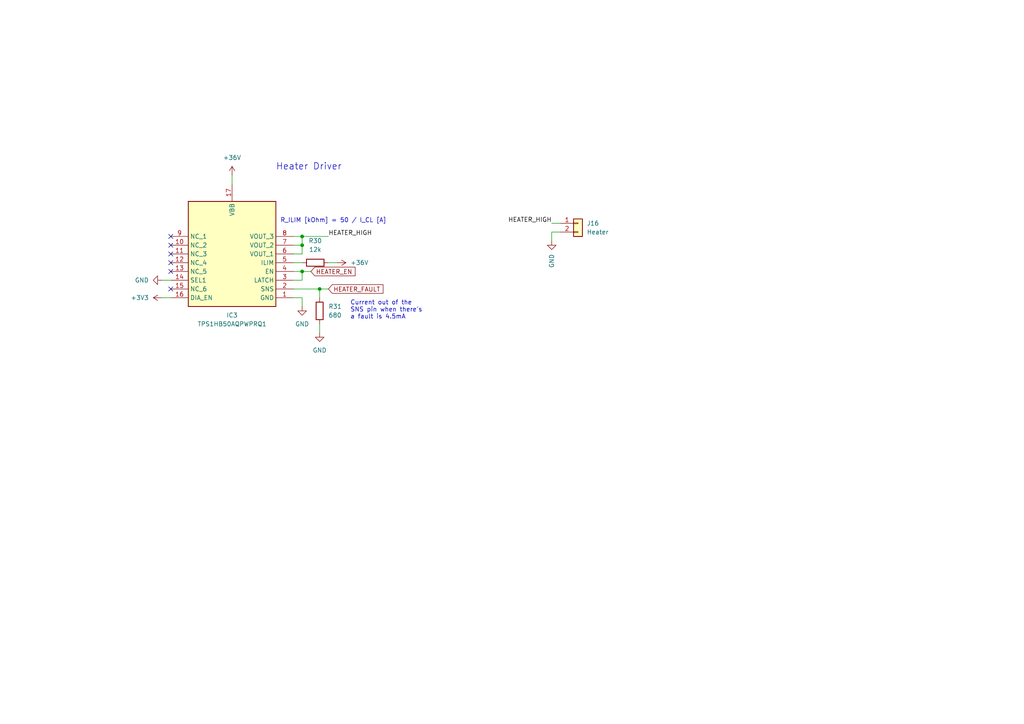
<source format=kicad_sch>
(kicad_sch (version 20231120) (generator "eeschema") (generator_version "8.0")
  (paper "A4")
  (lib_symbols
    (symbol "Connector_Generic:Conn_01x02" (pin_names (offset 1.016) hide)
      (property "Reference" "J" (at 0 2.54 0))
      (property "Value" "Conn_01x02" (at 0 -5.08 0))
      (symbol "Conn_01x02_1_1"
        (rectangle (start -1.27 -2.413) (end 0 -2.667) (stroke (width 0.1524)))
        (rectangle (start -1.27 0.127) (end 0 -0.127) (stroke (width 0.1524)))
        (rectangle (start -1.27 1.27) (end 1.27 -3.81) (stroke (width 0.254)) (fill (type background)))
        (pin passive line (at -5.08 0 0) (length 3.81) (name "Pin_1") (number "1"))
        (pin passive line (at -5.08 -2.54 0) (length 3.81) (name "Pin_2") (number "2"))
      )
    )
    (symbol "Device:R" (pin_numbers hide) (pin_names (offset 0))
      (property "Reference" "R" (at 2.032 0 90))
      (property "Value" "R" (at 0 0 90))
      (symbol "R_0_1"
        (rectangle (start -1.016 -2.54) (end 1.016 2.54) (stroke (width 0.254)))
      )
      (symbol "R_1_1"
        (pin passive line (at 0 3.81 270) (length 1.27) (name "~") (number "1"))
        (pin passive line (at 0 -3.81 90) (length 1.27) (name "~") (number "2"))
      )
    )
    (symbol "TPS1HB50AQPWPRQ1:TPS1HB50AQPWPRQ1"
      (property "Reference" "IC" (at 31.75 7.62 0))
      (property "Value" "TPS1HB50AQPWPRQ1" (at 31.75 5.08 0))
      (symbol "TPS1HB50AQPWPRQ1_1_1"
        (rectangle (start 5.08 2.54) (end 30.48 -27.94) (stroke (width 0.254)) (fill (type background)))
        (pin passive line (at 0 0 0) (length 5.08) (name "GND") (number "1"))
        (pin passive line (at 35.56 -15.24 180) (length 5.08) (name "NC_2") (number "10"))
        (pin passive line (at 35.56 -12.7 180) (length 5.08) (name "NC_3") (number "11"))
        (pin passive line (at 35.56 -10.16 180) (length 5.08) (name "NC_4") (number "12"))
        (pin passive line (at 35.56 -7.62 180) (length 5.08) (name "NC_5") (number "13"))
        (pin passive line (at 35.56 -5.08 180) (length 5.08) (name "SEL1") (number "14"))
        (pin passive line (at 35.56 -2.54 180) (length 5.08) (name "NC_6") (number "15"))
        (pin passive line (at 35.56 0 180) (length 5.08) (name "DIA_EN") (number "16"))
        (pin passive line (at 17.78 -33.02 90) (length 5.08) (name "VBB") (number "17"))
        (pin passive line (at 0 -2.54 0) (length 5.08) (name "SNS") (number "2"))
        (pin passive line (at 0 -5.08 0) (length 5.08) (name "LATCH") (number "3"))
        (pin passive line (at 0 -7.62 0) (length 5.08) (name "EN") (number "4"))
        (pin passive line (at 0 -10.16 0) (length 5.08) (name "ILIM") (number "5"))
        (pin passive line (at 0 -12.7 0) (length 5.08) (name "VOUT_1") (number "6"))
        (pin passive line (at 0 -15.24 0) (length 5.08) (name "VOUT_2") (number "7"))
        (pin passive line (at 0 -17.78 0) (length 5.08) (name "VOUT_3") (number "8"))
        (pin passive line (at 35.56 -17.78 180) (length 5.08) (name "NC_1") (number "9"))
      )
    )
    (symbol "power:+36V" (power) (pin_names (offset 0))
      (property "Value" "+36V" (at 0 3.556 0))
      (symbol "+36V_0_1"
        (polyline (pts (xy -0.762 1.27) (xy 0 2.54)))
        (polyline (pts (xy 0 0) (xy 0 2.54)))
        (polyline (pts (xy 0 2.54) (xy 0.762 1.27)))
      )
      (symbol "+36V_1_1"
        (pin power_in line (at 0 0 90) (length 0) hide (name "+36V") (number "1"))
      )
    )
    (symbol "power:+3V3" (power) (pin_names (offset 0))
      (property "Value" "+3V3" (at 0 3.556 0))
      (symbol "+3V3_0_1"
        (polyline (pts (xy -0.762 1.27) (xy 0 2.54)))
        (polyline (pts (xy 0 0) (xy 0 2.54)))
        (polyline (pts (xy 0 2.54) (xy 0.762 1.27)))
      )
      (symbol "+3V3_1_1"
        (pin power_in line (at 0 0 90) (length 0) hide (name "+3V3") (number "1"))
      )
    )
    (symbol "power:GND" (power) (pin_names (offset 0))
      (property "Value" "GND" (at 0 -3.81 0))
      (symbol "GND_0_1"
        (polyline (pts (xy 0 0) (xy 0 -1.27) (xy 1.27 -1.27) (xy 0 -2.54) (xy -1.27 -1.27) (xy 0 -1.27)))
      )
      (symbol "GND_1_1"
        (pin power_in line (at 0 0 270) (length 0) hide (name "GND") (number "1"))
      )
    )
  )
  (junction (at 87.63 68.58))
  (junction (at 87.63 71.12))
  (junction (at 87.63 78.74))
  (junction (at 92.71 83.82))
  (no_connect (at 49.53 73.66))
  (no_connect (at 49.53 76.2))
  (no_connect (at 49.53 68.58))
  (no_connect (at 49.53 71.12))
  (no_connect (at 49.53 83.82))
  (no_connect (at 49.53 78.74))
  (wire (pts (xy 87.63 81.28) (xy 87.63 78.74)))
  (wire (pts (xy 87.63 78.74) (xy 90.17 78.74)))
  (wire (pts (xy 46.99 81.28) (xy 49.53 81.28)))
  (wire (pts (xy 85.09 78.74) (xy 87.63 78.74)))
  (wire (pts (xy 87.63 88.9) (xy 87.63 86.36)))
  (wire (pts (xy 85.09 68.58) (xy 87.63 68.58)))
  (wire (pts (xy 67.31 53.34) (xy 67.31 50.8)))
  (wire (pts (xy 85.09 76.2) (xy 87.63 76.2)))
  (wire (pts (xy 85.09 83.82) (xy 92.71 83.82)))
  (wire (pts (xy 95.25 76.2) (xy 97.79 76.2)))
  (wire (pts (xy 85.09 71.12) (xy 87.63 71.12)))
  (wire (pts (xy 85.09 81.28) (xy 87.63 81.28)))
  (wire (pts (xy 160.02 64.77) (xy 162.56 64.77)))
  (wire (pts (xy 46.99 86.36) (xy 49.53 86.36)))
  (wire (pts (xy 87.63 68.58) (xy 87.63 71.12)))
  (wire (pts (xy 92.71 93.98) (xy 92.71 96.52)))
  (wire (pts (xy 87.63 73.66) (xy 85.09 73.66)))
  (wire (pts (xy 160.02 67.31) (xy 162.56 67.31)))
  (wire (pts (xy 87.63 71.12) (xy 87.63 73.66)))
  (wire (pts (xy 160.02 69.85) (xy 160.02 67.31)))
  (wire (pts (xy 87.63 68.58) (xy 95.25 68.58)))
  (wire (pts (xy 92.71 83.82) (xy 95.25 83.82)))
  (wire (pts (xy 92.71 83.82) (xy 92.71 86.36)))
  (wire (pts (xy 85.09 86.36) (xy 87.63 86.36)))
  (text "Current out of the\nSNS pin when there's\na fault is 4.5mA" (at 101.6 92.71 0) (effects (font (size 1.27 1.27)) (justify left bottom)))
  (text "Heater Driver" (at 80.01 49.53 0) (effects (font (size 1.905 1.905)) (justify left bottom)))
  (text "R_ILIM [kOhm] = 50 / I_CL [A]" (at 81.28 64.77 0) (effects (font (size 1.27 1.27)) (justify left bottom)))
  (label "HEATER_HIGH" (at 160.02 64.77 180))
  (label "HEATER_HIGH" (at 95.25 68.58 0))
  (global_label "HEATER_FAULT" (shape input) (at 95.25 83.82 0) (property "Intersheetrefs" "${INTERSHEET_REFS}" (effects (hide yes))))
  (global_label "HEATER_EN" (shape input) (at 90.17 78.74 0) (property "Intersheetrefs" "${INTERSHEET_REFS}" (effects (hide yes))))
  (symbol (lib_id "power:GND") (at 92.71 96.52 0) (unit 1)
    (property "Reference" "#PWR0149" (effects (hide yes)))
    (property "Value" "GND" (at 92.71 101.6 0))
  )
  (symbol (lib_id "power:+36V") (at 67.31 50.8 0) (unit 1)
    (property "Reference" "#PWR0147" (effects (hide yes)))
    (property "Value" "+36V" (at 67.31 45.72 0))
  )
  (symbol (lib_id "Device:R") (at 92.71 90.17 0) (unit 1)
    (property "Reference" "R31" (at 95.25 88.9 0) (effects (justify left)))
    (property "Value" "680" (at 95.25 91.44 0) (effects (justify left)))
    (property "Footprint" "Resistor_SMD:R_0603_1608Metric_Pad0.98x0.95mm_HandSolder" (effects (hide yes)))
  )
  (symbol (lib_id "TPS1HB50AQPWPRQ1:TPS1HB50AQPWPRQ1") (at 85.09 86.36 180) (unit 1)
    (property "Reference" "IC3" (at 67.31 91.44 0))
    (property "Value" "TPS1HB50AQPWPRQ1" (at 67.31 93.98 0))
    (property "Footprint" "Package_SO:HTSSOP-16-1EP_4.4x5mm_P0.65mm_EP3.4x5mm_Mask3x3mm_ThermalVias" (effects (hide yes)))
    (property "Datasheet" "https://www.ti.com/lit/ds/symlink/tps1hb50-q1.pdf?ts=1623230903557&ref_url=https%253A%252F%252Fwww.ti.com%252Fstore%252Fti%252Fen%252Fp%252Fproduct%252F%253Fp%253DTPS1HB50AQPWPRQ1%2526keyMatch%253DTPS1HB50AQPWPRQ1%2526tisearch%253Dsearch-everything%2526us" (effects (hide yes)))
    (property "Height" "1.2" (effects (hide yes)))
    (property "Manufacturer_Name" "Texas Instruments" (effects (hide yes)))
    (property "Manufacturer_Part_Number" "TPS1HB50AQPWPRQ1" (effects (hide yes)))
    (property "Mouser Part Number" "595-TPS1HB50AQPWPRQ1" (effects (hide yes)))
    (property "Mouser Price/Stock" "https://www.mouser.co.uk/ProductDetail/Texas-Instruments/TPS1HB50AQPWPRQ1?qs=KUoIvG%2F9Ilb5Sav9qhsjzQ%3D%3D" (effects (hide yes)))
  )
  (symbol (lib_id "power:GND") (at 160.02 69.85 0) (unit 1)
    (property "Reference" "#PWR0151" (effects (hide yes)))
    (property "Value" "GND" (at 160.02 73.66 90) (effects (justify right)))
  )
  (symbol (lib_id "Connector_Generic:Conn_01x02") (at 167.64 64.77 0) (unit 1)
    (property "Reference" "J16" (at 170.18 64.77 0) (effects (justify left)))
    (property "Value" "Heater" (at 170.18 67.31 0) (effects (justify left)))
    (property "Footprint" "Connector_JST:JST_VH_S2P-VH_1x02_P3.96mm_Horizontal" (effects (hide yes)))
  )
  (symbol (lib_id "power:GND") (at 46.99 81.28 270) (unit 1)
    (property "Reference" "#PWR0145" (effects (hide yes)))
    (property "Value" "GND" (at 43.18 81.28 90) (effects (justify right)))
  )
  (symbol (lib_id "power:+3V3") (at 46.99 86.36 90) (unit 1)
    (property "Reference" "#PWR0146" (effects (hide yes)))
    (property "Value" "+3V3" (at 43.18 86.36 90) (effects (justify left)))
  )
  (symbol (lib_id "power:+36V") (at 97.79 76.2 270) (unit 1)
    (property "Reference" "#PWR0150" (effects (hide yes)))
    (property "Value" "+36V" (at 101.6 76.2 90) (effects (justify left)))
  )
  (symbol (lib_id "Device:R") (at 91.44 76.2 90) (unit 1)
    (property "Reference" "R30" (at 91.44 69.85 90))
    (property "Value" "12k" (at 91.44 72.39 90))
    (property "Footprint" "Resistor_SMD:R_0603_1608Metric_Pad0.98x0.95mm_HandSolder" (effects (hide yes)))
  )
  (symbol (lib_id "power:GND") (at 87.63 88.9 0) (unit 1)
    (property "Reference" "#PWR0148" (effects (hide yes)))
    (property "Value" "GND" (at 87.63 93.98 0))
  )
)
</source>
